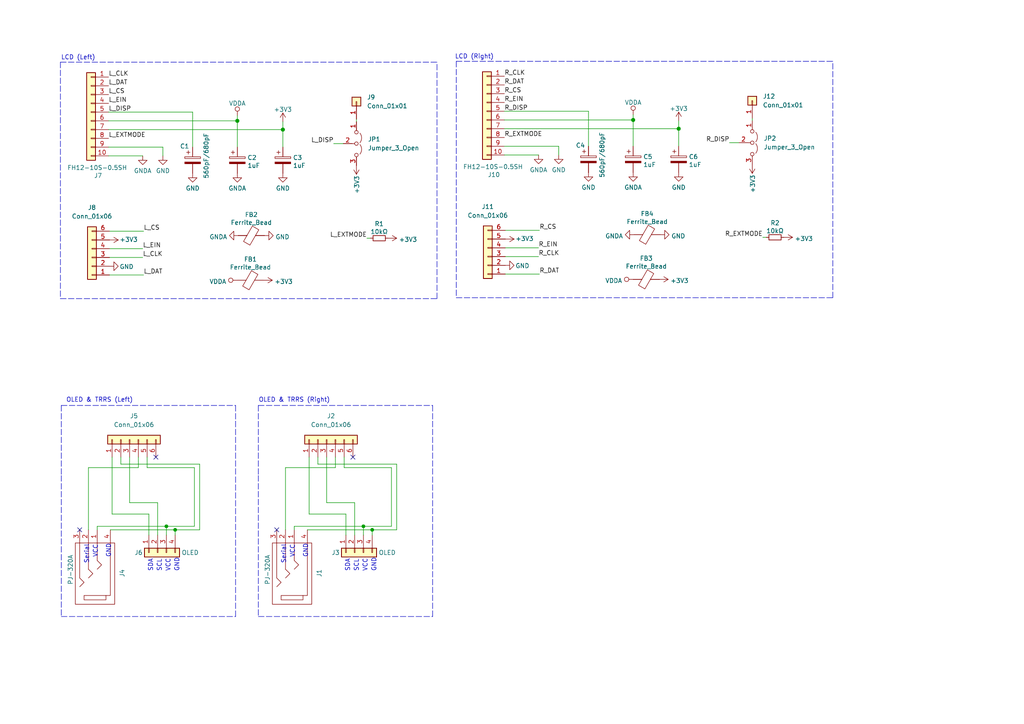
<source format=kicad_sch>
(kicad_sch (version 20211123) (generator eeschema)
  (paper "A4")
  (lib_symbols
    (symbol "Connector_Generic:Conn_01x01" (pin_names (offset 1.016) hide)
      (property "Reference" "J" (at 0 2.54 0))
      (property "Value" "Conn_01x01" (at 0 -2.54 0))
      (symbol "Conn_01x01_1_1"
        (rectangle (start -1.27 0.127) (end 0 -0.127) (stroke (width 0.1524)))
        (rectangle (start -1.27 1.27) (end 1.27 -1.27) (stroke (width 0.254)) (fill (type background)))
        (pin passive line (at -5.08 0 0) (length 3.81) (name "Pin_1") (number "1"))
      )
    )
    (symbol "Connector_Generic:Conn_01x04" (pin_names (offset 1.016) hide)
      (property "Reference" "J" (at 0 5.08 0))
      (property "Value" "Conn_01x04" (at 0 -7.62 0))
      (symbol "Conn_01x04_1_1"
        (rectangle (start -1.27 -4.953) (end 0 -5.207) (stroke (width 0.1524)))
        (rectangle (start -1.27 -2.413) (end 0 -2.667) (stroke (width 0.1524)))
        (rectangle (start -1.27 0.127) (end 0 -0.127) (stroke (width 0.1524)))
        (rectangle (start -1.27 2.667) (end 0 2.413) (stroke (width 0.1524)))
        (rectangle (start -1.27 3.81) (end 1.27 -6.35) (stroke (width 0.254)) (fill (type background)))
        (pin passive line (at -5.08 2.54 0) (length 3.81) (name "Pin_1") (number "1"))
        (pin passive line (at -5.08 0 0) (length 3.81) (name "Pin_2") (number "2"))
        (pin passive line (at -5.08 -2.54 0) (length 3.81) (name "Pin_3") (number "3"))
        (pin passive line (at -5.08 -5.08 0) (length 3.81) (name "Pin_4") (number "4"))
      )
    )
    (symbol "Connector_Generic:Conn_01x06" (pin_names (offset 1.016) hide)
      (property "Reference" "J" (at 0 7.62 0))
      (property "Value" "Conn_01x06" (at 0 -10.16 0))
      (symbol "Conn_01x06_1_1"
        (rectangle (start -1.27 -7.493) (end 0 -7.747) (stroke (width 0.1524)))
        (rectangle (start -1.27 -4.953) (end 0 -5.207) (stroke (width 0.1524)))
        (rectangle (start -1.27 -2.413) (end 0 -2.667) (stroke (width 0.1524)))
        (rectangle (start -1.27 0.127) (end 0 -0.127) (stroke (width 0.1524)))
        (rectangle (start -1.27 2.667) (end 0 2.413) (stroke (width 0.1524)))
        (rectangle (start -1.27 5.207) (end 0 4.953) (stroke (width 0.1524)))
        (rectangle (start -1.27 6.35) (end 1.27 -8.89) (stroke (width 0.254)) (fill (type background)))
        (pin passive line (at -5.08 5.08 0) (length 3.81) (name "Pin_1") (number "1"))
        (pin passive line (at -5.08 2.54 0) (length 3.81) (name "Pin_2") (number "2"))
        (pin passive line (at -5.08 0 0) (length 3.81) (name "Pin_3") (number "3"))
        (pin passive line (at -5.08 -2.54 0) (length 3.81) (name "Pin_4") (number "4"))
        (pin passive line (at -5.08 -5.08 0) (length 3.81) (name "Pin_5") (number "5"))
        (pin passive line (at -5.08 -7.62 0) (length 3.81) (name "Pin_6") (number "6"))
      )
    )
    (symbol "Connector_Generic:Conn_01x10" (pin_names (offset 1.016) hide)
      (property "Reference" "J" (at 0 12.7 0))
      (property "Value" "Conn_01x10" (at 0 -15.24 0))
      (symbol "Conn_01x10_1_1"
        (rectangle (start -1.27 -12.573) (end 0 -12.827) (stroke (width 0.1524)))
        (rectangle (start -1.27 -10.033) (end 0 -10.287) (stroke (width 0.1524)))
        (rectangle (start -1.27 -7.493) (end 0 -7.747) (stroke (width 0.1524)))
        (rectangle (start -1.27 -4.953) (end 0 -5.207) (stroke (width 0.1524)))
        (rectangle (start -1.27 -2.413) (end 0 -2.667) (stroke (width 0.1524)))
        (rectangle (start -1.27 0.127) (end 0 -0.127) (stroke (width 0.1524)))
        (rectangle (start -1.27 2.667) (end 0 2.413) (stroke (width 0.1524)))
        (rectangle (start -1.27 5.207) (end 0 4.953) (stroke (width 0.1524)))
        (rectangle (start -1.27 7.747) (end 0 7.493) (stroke (width 0.1524)))
        (rectangle (start -1.27 10.287) (end 0 10.033) (stroke (width 0.1524)))
        (rectangle (start -1.27 11.43) (end 1.27 -13.97) (stroke (width 0.254)) (fill (type background)))
        (pin passive line (at -5.08 10.16 0) (length 3.81) (name "Pin_1") (number "1"))
        (pin passive line (at -5.08 -12.7 0) (length 3.81) (name "Pin_10") (number "10"))
        (pin passive line (at -5.08 7.62 0) (length 3.81) (name "Pin_2") (number "2"))
        (pin passive line (at -5.08 5.08 0) (length 3.81) (name "Pin_3") (number "3"))
        (pin passive line (at -5.08 2.54 0) (length 3.81) (name "Pin_4") (number "4"))
        (pin passive line (at -5.08 0 0) (length 3.81) (name "Pin_5") (number "5"))
        (pin passive line (at -5.08 -2.54 0) (length 3.81) (name "Pin_6") (number "6"))
        (pin passive line (at -5.08 -5.08 0) (length 3.81) (name "Pin_7") (number "7"))
        (pin passive line (at -5.08 -7.62 0) (length 3.81) (name "Pin_8") (number "8"))
        (pin passive line (at -5.08 -10.16 0) (length 3.81) (name "Pin_9") (number "9"))
      )
    )
    (symbol "Device:CP" (pin_numbers hide) (pin_names (offset 0.254))
      (property "Reference" "C" (at 0.635 2.54 0))
      (property "Value" "CP" (at 0.635 -2.54 0))
      (symbol "CP_0_1"
        (rectangle (start -2.286 0.508) (end 2.286 1.016))
        (polyline (pts (xy -1.778 2.286) (xy -0.762 2.286)))
        (polyline (pts (xy -1.27 2.794) (xy -1.27 1.778)))
        (rectangle (start 2.286 -0.508) (end -2.286 -1.016) (fill (type outline)))
      )
      (symbol "CP_1_1"
        (pin passive line (at 0 3.81 270) (length 2.794) (name "~") (number "1"))
        (pin passive line (at 0 -3.81 90) (length 2.794) (name "~") (number "2"))
      )
    )
    (symbol "Device:Ferrite_Bead" (pin_numbers hide) (pin_names (offset 0))
      (property "Reference" "FB" (at -3.81 0.635 90))
      (property "Value" "Ferrite_Bead" (at 3.81 0 90))
      (symbol "Ferrite_Bead_0_1"
        (polyline (pts (xy 0 -1.27) (xy 0 -1.2192)))
        (polyline (pts (xy 0 1.27) (xy 0 1.2954)))
        (polyline (pts (xy -2.7686 0.4064) (xy -1.7018 2.2606) (xy 2.7686 -0.3048) (xy 1.6764 -2.159) (xy -2.7686 0.4064)))
      )
      (symbol "Ferrite_Bead_1_1"
        (pin passive line (at 0 3.81 270) (length 2.54) (name "~") (number "1"))
        (pin passive line (at 0 -3.81 90) (length 2.54) (name "~") (number "2"))
      )
    )
    (symbol "Device:R_Small" (pin_numbers hide) (pin_names (offset 0.254) hide)
      (property "Reference" "R" (at 0.762 0.508 0))
      (property "Value" "R_Small" (at 0.762 -1.016 0))
      (symbol "R_Small_0_1"
        (rectangle (start -0.762 1.778) (end 0.762 -1.778) (stroke (width 0.2032)))
      )
      (symbol "R_Small_1_1"
        (pin passive line (at 0 2.54 270) (length 0.762) (name "~") (number "1"))
        (pin passive line (at 0 -2.54 90) (length 0.762) (name "~") (number "2"))
      )
    )
    (symbol "Jumper:Jumper_3_Open" (pin_names (offset 0) hide)
      (property "Reference" "JP" (at -2.54 -2.54 0))
      (property "Value" "Jumper_3_Open" (at 0 2.794 0))
      (symbol "Jumper_3_Open_0_0"
        (circle (center -3.302 0) (radius 0.508))
        (circle (center 0 0) (radius 0.508))
        (circle (center 3.302 0) (radius 0.508))
      )
      (symbol "Jumper_3_Open_0_1"
        (arc (start -0.254 1.016) (mid -1.651 1.4992) (end -3.048 1.016))
        (polyline (pts (xy 0 -0.508) (xy 0 -1.27)))
        (arc (start 3.048 1.016) (mid 1.651 1.4992) (end 0.254 1.016))
      )
      (symbol "Jumper_3_Open_1_1"
        (pin passive line (at -6.35 0 0) (length 2.54) (name "A") (number "1"))
        (pin input line (at 0 -3.81 90) (length 2.54) (name "C") (number "2"))
        (pin passive line (at 6.35 0 180) (length 2.54) (name "B") (number "3"))
      )
    )
    (symbol "TPS42:MJ-4PP-9" (pin_names (offset 1.016))
      (property "Reference" "J" (at -8.89 -7.62 0))
      (property "Value" "MJ-4PP-9" (at -3.81 6.35 0))
      (symbol "MJ-4PP-9_0_1"
        (rectangle (start -7.62 2.54) (end -8.89 -3.81))
        (polyline (pts (xy 2.54 0) (xy 7.62 0)))
        (polyline (pts (xy -2.54 -5.08) (xy 7.62 -5.08) (xy 7.62 -5.08)))
        (polyline (pts (xy 0 -2.54) (xy -1.27 -1.27) (xy -2.54 -2.54)))
        (polyline (pts (xy 0 0) (xy 1.27 1.27) (xy 2.54 0)))
        (polyline (pts (xy 7.62 3.81) (xy -7.62 3.81) (xy -7.62 2.54)))
        (polyline (pts (xy -2.54 -5.08) (xy -3.81 -3.81) (xy -5.08 -5.08) (xy -5.08 -5.08)))
        (polyline (pts (xy 0 -2.54) (xy 7.62 -2.54) (xy 7.62 -2.54) (xy 7.62 -2.54)))
        (rectangle (start 7.62 -6.35) (end -10.16 5.08))
      )
      (symbol "MJ-4PP-9_1_1"
        (pin passive line (at 11.43 0 180) (length 3.81) (name "~") (number "1"))
        (pin passive line (at 11.43 -2.54 180) (length 3.81) (name "~") (number "2"))
        (pin passive line (at 11.43 -5.08 180) (length 3.81) (name "~") (number "3"))
        (pin passive line (at 11.43 3.81 180) (length 3.81) (name "~") (number "4"))
      )
    )
    (symbol "power:+3.3V" (power) (pin_names (offset 0))
      (property "Value" "+3.3V" (at 0 3.556 0))
      (symbol "+3.3V_0_1"
        (polyline (pts (xy -0.762 1.27) (xy 0 2.54)))
        (polyline (pts (xy 0 0) (xy 0 2.54)))
        (polyline (pts (xy 0 2.54) (xy 0.762 1.27)))
      )
      (symbol "+3.3V_1_1"
        (pin power_in line (at 0 0 90) (length 0) hide (name "+3V3") (number "1"))
      )
    )
    (symbol "power:GND" (power) (pin_names (offset 0))
      (property "Value" "GND" (at 0 -3.81 0))
      (symbol "GND_0_1"
        (polyline (pts (xy 0 0) (xy 0 -1.27) (xy 1.27 -1.27) (xy 0 -2.54) (xy -1.27 -1.27) (xy 0 -1.27)))
      )
      (symbol "GND_1_1"
        (pin power_in line (at 0 0 270) (length 0) hide (name "GND") (number "1"))
      )
    )
    (symbol "power:GNDA" (power) (pin_names (offset 0))
      (property "Value" "GNDA" (at 0 -3.81 0))
      (symbol "GNDA_0_1"
        (polyline (pts (xy 0 0) (xy 0 -1.27) (xy 1.27 -1.27) (xy 0 -2.54) (xy -1.27 -1.27) (xy 0 -1.27)))
      )
      (symbol "GNDA_1_1"
        (pin power_in line (at 0 0 270) (length 0) hide (name "GNDA") (number "1"))
      )
    )
    (symbol "power:VDDA" (power) (pin_names (offset 0))
      (property "Value" "VDDA" (at 0 3.81 0))
      (symbol "VDDA_0_1"
        (polyline (pts (xy 0 0) (xy 0 1.27)))
        (circle (center 0 1.905) (radius 0.635))
      )
      (symbol "VDDA_1_1"
        (pin power_in line (at 0 0 90) (length 0) hide (name "VDDA") (number "1"))
      )
    )
  )
  (junction (at 48.26 152.654))
  (junction (at 50.8 153.67))
  (junction (at 105.41 152.654))
  (junction (at 82.042 37.592) (diameter 1.016))
  (junction (at 183.642 34.798) (diameter 1.016))
  (junction (at 68.834 35.052) (diameter 1.016))
  (junction (at 196.85 37.338) (diameter 1.016))
  (junction (at 107.95 153.67))
  (no_connect (at 80.264 153.67))
  (no_connect (at 45.212 132.588))
  (no_connect (at 23.114 153.67))
  (no_connect (at 102.362 132.588))
  (wire (pts (xy 41.656 79.756) (xy 31.75 79.756)))
  (wire (pts (xy 146.304 37.338) (xy 196.85 37.338)))
  (polyline (pts (xy 17.78 137.922) (xy 17.78 178.816)) (stroke (width 0) (type dash)))
  (wire (pts (xy 40.132 132.588) (xy 40.132 135.636)))
  (polyline (pts (xy 17.526 18.034) (xy 17.526 86.614)))
  (wire (pts (xy 105.41 152.654) (xy 105.41 155.194)))
  (wire (pts (xy 211.582 41.402) (xy 214.376 41.402)))
  (polyline (pts (xy 74.93 178.816) (xy 125.476 178.816)) (stroke (width 0) (type dash)))
  (wire (pts (xy 57.912 134.62) (xy 57.912 153.67)))
  (wire (pts (xy 196.85 35.052) (xy 196.85 37.338)))
  (polyline (pts (xy 17.78 178.816) (xy 68.326 178.816)) (stroke (width 0) (type dash)))
  (wire (pts (xy 92.202 134.62) (xy 115.062 134.62)))
  (wire (pts (xy 94.742 132.588) (xy 94.742 145.796)))
  (wire (pts (xy 162.052 42.418) (xy 162.052 44.958)))
  (polyline (pts (xy 125.476 178.816) (xy 125.476 137.922)) (stroke (width 0) (type dash)))
  (wire (pts (xy 183.642 34.798) (xy 183.642 42.418)))
  (wire (pts (xy 113.538 152.654) (xy 105.41 152.654)))
  (wire (pts (xy 50.8 153.67) (xy 50.8 155.194)))
  (polyline (pts (xy 74.93 137.922) (xy 74.93 178.816)) (stroke (width 0) (type dash)))
  (wire (pts (xy 94.742 145.796) (xy 102.87 145.796)))
  (wire (pts (xy 32.512 149.098) (xy 43.18 149.098)))
  (polyline (pts (xy 74.93 117.602) (xy 74.93 137.922)) (stroke (width 0) (type dash)))
  (polyline (pts (xy 17.526 86.614) (xy 126.746 86.614)))
  (polyline (pts (xy 132.334 86.36) (xy 241.554 86.36)))
  (wire (pts (xy 183.642 33.274) (xy 183.642 34.798)))
  (wire (pts (xy 89.154 153.67) (xy 107.95 153.67)))
  (wire (pts (xy 221.234 68.834) (xy 222.25 68.834)))
  (wire (pts (xy 97.282 132.588) (xy 97.282 135.636)))
  (wire (pts (xy 113.538 135.636) (xy 113.538 152.654)))
  (wire (pts (xy 35.052 132.588) (xy 35.052 134.62)))
  (wire (pts (xy 170.688 32.258) (xy 170.688 42.418)))
  (wire (pts (xy 31.496 32.512) (xy 55.88 32.512)))
  (wire (pts (xy 92.202 132.588) (xy 92.202 134.62)))
  (wire (pts (xy 82.042 37.592) (xy 82.042 42.672)))
  (polyline (pts (xy 17.526 18.034) (xy 126.746 18.034)))
  (wire (pts (xy 146.304 32.258) (xy 170.688 32.258)))
  (wire (pts (xy 156.21 71.882) (xy 146.558 71.882)))
  (wire (pts (xy 56.388 135.636) (xy 56.388 152.654)))
  (wire (pts (xy 42.672 135.636) (xy 56.388 135.636)))
  (wire (pts (xy 196.85 37.338) (xy 196.85 42.418)))
  (wire (pts (xy 89.662 149.098) (xy 100.33 149.098)))
  (wire (pts (xy 37.592 145.796) (xy 45.72 145.796)))
  (polyline (pts (xy 68.326 178.816) (xy 68.326 137.922)) (stroke (width 0) (type dash)))
  (wire (pts (xy 28.194 152.654) (xy 48.26 152.654)))
  (wire (pts (xy 43.18 149.098) (xy 43.18 155.194)))
  (wire (pts (xy 146.304 42.418) (xy 162.052 42.418)))
  (wire (pts (xy 97.282 135.636) (xy 82.804 135.636)))
  (wire (pts (xy 146.304 44.958) (xy 156.21 44.958)))
  (wire (pts (xy 106.426 69.088) (xy 107.442 69.088)))
  (wire (pts (xy 107.95 153.67) (xy 107.95 155.194)))
  (polyline (pts (xy 68.326 122.174) (xy 68.326 137.922)) (stroke (width 0) (type dash)))
  (polyline (pts (xy 126.746 86.614) (xy 126.746 18.034)))
  (wire (pts (xy 115.062 153.67) (xy 107.95 153.67)))
  (wire (pts (xy 82.804 135.636) (xy 82.804 153.67)))
  (wire (pts (xy 32.512 132.588) (xy 32.512 149.098)))
  (wire (pts (xy 82.042 35.306) (xy 82.042 37.592)))
  (wire (pts (xy 28.194 153.67) (xy 28.194 152.654)))
  (wire (pts (xy 146.304 34.798) (xy 183.642 34.798)))
  (wire (pts (xy 99.822 135.636) (xy 113.538 135.636)))
  (wire (pts (xy 100.33 149.098) (xy 100.33 155.194)))
  (wire (pts (xy 31.496 45.212) (xy 41.402 45.212)))
  (wire (pts (xy 156.464 79.502) (xy 146.558 79.502)))
  (wire (pts (xy 99.822 132.588) (xy 99.822 135.636)))
  (polyline (pts (xy 125.476 117.602) (xy 125.476 122.174)))
  (wire (pts (xy 41.656 67.056) (xy 31.75 67.056)))
  (wire (pts (xy 31.496 37.592) (xy 82.042 37.592)))
  (wire (pts (xy 31.496 35.052) (xy 68.834 35.052)))
  (polyline (pts (xy 241.554 86.36) (xy 241.554 17.78)))
  (wire (pts (xy 31.496 42.672) (xy 47.244 42.672)))
  (wire (pts (xy 41.402 72.136) (xy 31.75 72.136)))
  (wire (pts (xy 55.88 32.512) (xy 55.88 42.672)))
  (polyline (pts (xy 17.78 117.602) (xy 17.78 137.922)) (stroke (width 0) (type dash)))
  (polyline (pts (xy 17.78 117.602) (xy 68.326 117.602)) (stroke (width 0) (type dash)))
  (wire (pts (xy 41.402 74.676) (xy 31.75 74.676)))
  (wire (pts (xy 37.592 132.588) (xy 37.592 145.796)))
  (wire (pts (xy 103.378 34.544) (xy 103.378 35.306)))
  (wire (pts (xy 89.662 132.588) (xy 89.662 149.098)))
  (polyline (pts (xy 68.326 117.602) (xy 68.326 122.174)))
  (wire (pts (xy 40.132 135.636) (xy 25.654 135.636)))
  (wire (pts (xy 32.004 153.67) (xy 50.8 153.67)))
  (polyline (pts (xy 74.93 117.602) (xy 125.476 117.602)) (stroke (width 0) (type dash)))
  (wire (pts (xy 25.654 135.636) (xy 25.654 153.67)))
  (wire (pts (xy 57.912 153.67) (xy 50.8 153.67)))
  (wire (pts (xy 45.72 145.796) (xy 45.72 155.194)))
  (wire (pts (xy 218.186 34.29) (xy 218.186 35.052)))
  (polyline (pts (xy 132.334 17.78) (xy 132.334 86.36)))
  (wire (pts (xy 102.87 145.796) (xy 102.87 155.194)))
  (wire (pts (xy 68.834 35.052) (xy 68.834 42.672)))
  (wire (pts (xy 85.344 153.67) (xy 85.344 152.654)))
  (wire (pts (xy 35.052 134.62) (xy 57.912 134.62)))
  (wire (pts (xy 56.388 152.654) (xy 48.26 152.654)))
  (wire (pts (xy 115.062 134.62) (xy 115.062 153.67)))
  (wire (pts (xy 156.21 74.422) (xy 146.558 74.422)))
  (wire (pts (xy 156.464 66.802) (xy 146.558 66.802)))
  (wire (pts (xy 48.26 152.654) (xy 48.26 155.194)))
  (wire (pts (xy 42.672 132.588) (xy 42.672 135.636)))
  (wire (pts (xy 96.774 41.656) (xy 99.568 41.656)))
  (wire (pts (xy 85.344 152.654) (xy 105.41 152.654)))
  (wire (pts (xy 68.834 33.528) (xy 68.834 35.052)))
  (polyline (pts (xy 125.476 122.174) (xy 125.476 137.922)) (stroke (width 0) (type dash)))
  (wire (pts (xy 47.244 42.672) (xy 47.244 45.212)))
  (polyline (pts (xy 132.334 17.78) (xy 241.554 17.78)))
  (text "VCC" (at 49.53 165.862 90) (effects (font (size 1.27 1.27)) (justify left bottom)))
  (text "Serial" (at 25.908 163.576 90) (effects (font (size 1.27 1.27)) (justify left bottom)))
  (text "GND" (at 52.07 165.862 90) (effects (font (size 1.27 1.27)) (justify left bottom)))
  (text "Serial" (at 83.058 163.576 90) (effects (font (size 1.27 1.27)) (justify left bottom)))
  (text "LCD (Right)" (at 143.256 17.272 180) (effects (font (size 1.27 1.27)) (justify right bottom)))
  (text "VCC" (at 85.598 161.798 90) (effects (font (size 1.27 1.27)) (justify left bottom)))
  (text "LCD (Left)" (at 27.686 17.526 180) (effects (font (size 1.27 1.27)) (justify right bottom)))
  (text "SDA" (at 101.6 165.862 90) (effects (font (size 1.27 1.27)) (justify left bottom)))
  (text "SCL" (at 46.99 165.862 90) (effects (font (size 1.27 1.27)) (justify left bottom)))
  (text "OLED & TRRS (Right)" (at 95.758 116.84 180) (effects (font (size 1.27 1.27)) (justify right bottom)))
  (text "OLED & TRRS (Left)" (at 38.608 116.84 180) (effects (font (size 1.27 1.27)) (justify right bottom)))
  (text "VCC" (at 106.68 165.862 90) (effects (font (size 1.27 1.27)) (justify left bottom)))
  (text "GND" (at 89.408 161.798 90) (effects (font (size 1.27 1.27)) (justify left bottom)))
  (text "SDA" (at 44.45 165.862 90) (effects (font (size 1.27 1.27)) (justify left bottom)))
  (text "SCL" (at 104.14 165.862 90) (effects (font (size 1.27 1.27)) (justify left bottom)))
  (text "VCC" (at 28.448 161.798 90) (effects (font (size 1.27 1.27)) (justify left bottom)))
  (text "GND" (at 109.22 165.862 90) (effects (font (size 1.27 1.27)) (justify left bottom)))
  (text "GND" (at 32.258 161.798 90) (effects (font (size 1.27 1.27)) (justify left bottom)))
  (label "L_DAT" (at 31.496 24.892 0))
  (label "R_EIN" (at 146.304 29.718 0))
  (label "L_DISP" (at 31.496 32.512 0))
  (label "R_EIN" (at 156.21 71.882 0))
  (label "L_EXTMODE" (at 31.496 40.132 0))
  (label "R_DAT" (at 156.464 79.502 0))
  (label "L_CS" (at 31.496 27.432 0))
  (label "R_EXTMODE" (at 146.304 39.878 0))
  (label "L_CS" (at 41.656 67.056 0))
  (label "L_DISP" (at 96.774 41.656 180))
  (label "R_DISP" (at 146.304 32.258 0))
  (label "R_CLK" (at 156.21 74.422 0))
  (label "R_DAT" (at 146.304 24.638 0))
  (label "L_CLK" (at 31.496 22.352 0))
  (label "R_CS" (at 156.464 66.802 0))
  (label "L_DAT" (at 41.656 79.756 0))
  (label "L_EIN" (at 31.496 29.972 0))
  (label "R_CLK" (at 146.304 22.098 0))
  (label "L_EIN" (at 41.402 72.136 0))
  (label "L_EXTMODE" (at 106.426 69.088 180))
  (label "R_EXTMODE" (at 221.234 68.834 180))
  (label "R_CS" (at 146.304 27.178 0))
  (label "R_DISP" (at 211.582 41.402 180))
  (label "L_CLK" (at 41.402 74.676 0))
  (symbol (lib_id "Device:CP") (at 68.834 46.482 0) (unit 1)
    (property "Reference" "C2" (at 71.7551 45.7211 0) (effects (justify left)))
    (property "Value" "1uF" (at 71.7551 48.0198 0) (effects (justify left)))
    (property "Footprint" "Capacitor_SMD:C_0603_1608Metric_Pad1.08x0.95mm_HandSolder" (effects hide))
    (property "LCSC" "C15849" (effects hide))
  )
  (symbol (lib_id "Jumper:Jumper_3_Open") (at 218.186 41.402 270) (unit 1)
    (property "Reference" "JP2" (at 221.488 40.1319 90) (effects (justify left)))
    (property "Value" "Jumper_3_Open" (at 221.488 42.6719 90) (effects (justify left)))
    (property "Footprint" "Jumper:SolderJumper-3_P2.0mm_Open_TrianglePad1.0x1.5mm" (effects hide))
  )
  (symbol (lib_id "power:GNDA") (at 68.834 50.292 0) (unit 1)
    (property "Reference" "#PWR07" (effects hide))
    (property "Value" "GNDA" (at 68.834 54.6164 0))
  )
  (symbol (lib_id "Connector_Generic:Conn_01x06") (at 141.478 74.422 180) (unit 1)
    (property "Reference" "J11" (at 141.478 59.944 0))
    (property "Value" "Conn_01x06" (at 141.478 62.484 0))
    (property "Footprint" "Connector_PinHeader_2.54mm:PinHeader_2x03_P2.54mm_Vertical" (effects hide))
  )
  (symbol (lib_id "power:GNDA") (at 183.896 68.072 270) (unit 1)
    (property "Reference" "#PWR024" (effects hide))
    (property "Value" "GNDA" (at 180.7209 68.4605 90) (effects (justify right)))
  )
  (symbol (lib_id "power:GNDA") (at 183.642 50.038 0) (unit 1)
    (property "Reference" "#PWR022" (effects hide))
    (property "Value" "GNDA" (at 183.642 54.3624 0))
  )
  (symbol (lib_id "Connector_Generic:Conn_01x06") (at 26.67 74.676 180) (unit 1)
    (property "Reference" "J8" (at 26.67 60.198 0))
    (property "Value" "Conn_01x06" (at 26.67 62.738 0))
    (property "Footprint" "Connector_PinHeader_2.54mm:PinHeader_2x03_P2.54mm_Vertical" (effects hide))
  )
  (symbol (lib_id "power:GND") (at 47.244 45.212 0) (unit 1)
    (property "Reference" "#PWR04" (effects hide))
    (property "Value" "GND" (at 47.244 49.5364 0))
  )
  (symbol (lib_id "power:GNDA") (at 41.402 45.212 0) (unit 1)
    (property "Reference" "#PWR03" (effects hide))
    (property "Value" "GNDA" (at 41.402 49.5364 0))
  )
  (symbol (lib_id "power:GND") (at 162.052 44.958 0) (unit 1)
    (property "Reference" "#PWR019" (effects hide))
    (property "Value" "GND" (at 162.052 49.2824 0))
  )
  (symbol (lib_id "power:+3.3V") (at 146.558 69.342 270) (unit 1)
    (property "Reference" "#PWR016" (effects hide))
    (property "Value" "+3.3V" (at 149.4791 69.2225 90) (effects (justify left)))
  )
  (symbol (lib_id "Device:CP") (at 55.88 46.482 0) (unit 1)
    (property "Reference" "C1" (at 52.1971 42.4191 0) (effects (justify left)))
    (property "Value" "560pF/680pF" (at 59.8171 51.8298 90) (effects (justify left)))
    (property "Footprint" "Capacitor_SMD:C_0603_1608Metric_Pad1.08x0.95mm_HandSolder" (effects hide))
    (property "LCSC" "C1630" (effects hide))
  )
  (symbol (lib_id "Connector_Generic:Conn_01x01") (at 218.186 29.21 90) (unit 1)
    (property "Reference" "J12" (at 221.234 27.9399 90) (effects (justify right)))
    (property "Value" "Conn_01x01" (at 221.234 30.4799 90) (effects (justify right)))
    (property "Footprint" "Connector_PinHeader_2.54mm:PinHeader_1x01_P2.54mm_Vertical" (effects hide))
  )
  (symbol (lib_id "power:+3.3V") (at 31.75 69.596 270) (unit 1)
    (property "Reference" "#PWR01" (effects hide))
    (property "Value" "+3.3V" (at 34.6711 69.4765 90) (effects (justify left)))
  )
  (symbol (lib_id "Connector_Generic:Conn_01x01") (at 103.378 29.464 90) (unit 1)
    (property "Reference" "J9" (at 106.426 28.1939 90) (effects (justify right)))
    (property "Value" "Conn_01x01" (at 106.426 30.7339 90) (effects (justify right)))
    (property "Footprint" "Connector_PinHeader_2.54mm:PinHeader_1x01_P2.54mm_Vertical" (effects hide))
  )
  (symbol (lib_id "Device:CP") (at 196.85 46.228 0) (unit 1)
    (property "Reference" "C6" (at 199.7711 45.4671 0) (effects (justify left)))
    (property "Value" "1uF" (at 199.7711 47.7658 0) (effects (justify left)))
    (property "Footprint" "Capacitor_SMD:C_0603_1608Metric_Pad1.08x0.95mm_HandSolder" (effects hide))
    (property "LCSC" "C15849" (effects hide))
  )
  (symbol (lib_id "power:GND") (at 146.558 76.962 90) (unit 1)
    (property "Reference" "#PWR017" (effects hide))
    (property "Value" "GND" (at 149.4791 77.0965 90) (effects (justify right)))
  )
  (symbol (lib_id "Connector_Generic:Conn_01x04") (at 45.72 160.274 90) (mirror x) (unit 1)
    (property "Reference" "J6" (at 41.402 160.274 90) (effects (justify left)))
    (property "Value" "OLED" (at 57.658 160.274 90) (effects (justify left)))
    (property "Footprint" "TPS42-Shield:OLED" (effects hide))
  )
  (symbol (lib_id "power:GND") (at 196.85 50.038 0) (unit 1)
    (property "Reference" "#PWR028" (effects hide))
    (property "Value" "GND" (at 196.85 54.3624 0))
  )
  (symbol (lib_id "power:VDDA") (at 183.642 81.026 90) (unit 1)
    (property "Reference" "#PWR023" (effects hide))
    (property "Value" "VDDA" (at 180.467 81.4145 90) (effects (justify left)))
  )
  (symbol (lib_id "Device:Ferrite_Bead") (at 187.706 68.072 90) (unit 1)
    (property "Reference" "FB4" (at 187.706 61.9972 90))
    (property "Value" "Ferrite_Bead" (at 187.706 64.2959 90))
    (property "Footprint" "Resistor_SMD:R_0805_2012Metric_Pad1.20x1.40mm_HandSolder" (effects hide))
    (property "LCSC" "C1017" (effects hide))
  )
  (symbol (lib_id "power:+3.3V") (at 112.522 69.088 270) (unit 1)
    (property "Reference" "#PWR015" (effects hide))
    (property "Value" "+3.3V" (at 115.6971 69.4765 90) (effects (justify left)))
  )
  (symbol (lib_id "power:VDDA") (at 183.642 33.274 0) (unit 1)
    (property "Reference" "#PWR021" (effects hide))
    (property "Value" "VDDA" (at 183.642 29.7266 0))
  )
  (symbol (lib_id "Connector_Generic:Conn_01x10") (at 141.224 32.258 0) (mirror y) (unit 1)
    (property "Reference" "J10" (at 143.256 50.6772 0))
    (property "Value" "FH12-10S-0.5SH" (at 143.002 48.3785 0))
    (property "Footprint" "Connector_FFC-FPC:Hirose_FH12-10S-0.5SH_1x10-1MP_P0.50mm_Horizontal" (effects hide))
    (property "LCSC" "C506791" (effects hide))
  )
  (symbol (lib_id "Device:CP") (at 170.688 46.228 0) (unit 1)
    (property "Reference" "C4" (at 167.0051 42.1651 0) (effects (justify left)))
    (property "Value" "560pF/680pF" (at 174.6251 51.5758 90) (effects (justify left)))
    (property "Footprint" "Capacitor_SMD:C_0603_1608Metric_Pad1.08x0.95mm_HandSolder" (effects hide))
    (property "LCSC" "C1630" (effects hide))
  )
  (symbol (lib_id "power:+3.3V") (at 191.262 81.026 270) (unit 1)
    (property "Reference" "#PWR025" (effects hide))
    (property "Value" "+3.3V" (at 194.4371 81.4145 90) (effects (justify left)))
  )
  (symbol (lib_id "power:+3.3V") (at 103.378 48.006 180) (unit 1)
    (property "Reference" "#PWR014" (effects hide))
    (property "Value" "+3.3V" (at 103.4975 50.9271 90) (effects (justify left)))
  )
  (symbol (lib_id "Device:Ferrite_Bead") (at 72.898 68.326 90) (unit 1)
    (property "Reference" "FB2" (at 72.898 62.2512 90))
    (property "Value" "Ferrite_Bead" (at 72.898 64.5499 90))
    (property "Footprint" "Resistor_SMD:R_0805_2012Metric_Pad1.20x1.40mm_HandSolder" (effects hide))
    (property "LCSC" "C1017" (effects hide))
  )
  (symbol (lib_id "Connector_Generic:Conn_01x10") (at 26.416 32.512 0) (mirror y) (unit 1)
    (property "Reference" "J7" (at 28.448 50.9312 0))
    (property "Value" "FH12-10S-0.5SH" (at 28.194 48.6325 0))
    (property "Footprint" "Connector_FFC-FPC:Hirose_FH12-10S-0.5SH_1x10-1MP_P0.50mm_Horizontal" (effects hide))
    (property "LCSC" "C506791" (effects hide))
  )
  (symbol (lib_id "Device:R_Small") (at 224.79 68.834 270) (unit 1)
    (property "Reference" "R2" (at 224.79 64.6642 90))
    (property "Value" "10kΩ" (at 224.79 66.9629 90))
    (property "Footprint" "Resistor_SMD:R_0603_1608Metric_Pad0.98x0.95mm_HandSolder" (effects hide))
    (property "LCSC" "C25804" (effects hide))
  )
  (symbol (lib_id "Connector_Generic:Conn_01x06") (at 94.742 127.508 90) (unit 1)
    (property "Reference" "J2" (at 96.012 120.65 90))
    (property "Value" "Conn_01x06" (at 96.012 123.19 90))
    (property "Footprint" "Connector_PinHeader_2.54mm:PinHeader_2x03_P2.54mm_Vertical" (effects hide))
  )
  (symbol (lib_id "power:+3.3V") (at 76.454 81.28 270) (unit 1)
    (property "Reference" "#PWR010" (effects hide))
    (property "Value" "+3.3V" (at 79.6291 81.6685 90) (effects (justify left)))
  )
  (symbol (lib_id "power:GNDA") (at 156.21 44.958 0) (unit 1)
    (property "Reference" "#PWR018" (effects hide))
    (property "Value" "GNDA" (at 156.21 49.2824 0))
  )
  (symbol (lib_id "power:GND") (at 31.75 77.216 90) (unit 1)
    (property "Reference" "#PWR02" (effects hide))
    (property "Value" "GND" (at 34.6711 77.3505 90) (effects (justify right)))
  )
  (symbol (lib_id "power:GND") (at 170.688 50.038 0) (unit 1)
    (property "Reference" "#PWR020" (effects hide))
    (property "Value" "GND" (at 170.688 54.3624 0))
  )
  (symbol (lib_id "power:GND") (at 191.516 68.072 90) (unit 1)
    (property "Reference" "#PWR026" (effects hide))
    (property "Value" "GND" (at 194.6911 68.4605 90) (effects (justify right)))
  )
  (symbol (lib_id "power:VDDA") (at 68.834 33.528 0) (unit 1)
    (property "Reference" "#PWR06" (effects hide))
    (property "Value" "VDDA" (at 68.834 29.9806 0))
  )
  (symbol (lib_id "power:GND") (at 76.708 68.326 90) (unit 1)
    (property "Reference" "#PWR011" (effects hide))
    (property "Value" "GND" (at 79.8831 68.7145 90) (effects (justify right)))
  )
  (symbol (lib_id "TPS42:MJ-4PP-9") (at 85.344 165.1 270) (mirror x) (unit 1)
    (property "Reference" "J1" (at 92.5872 166.243 0))
    (property "Value" "PJ-320A" (at 77.5885 165.227 0))
    (property "Footprint" "TPS42-Shield:MJ-4PP-9" (effects hide))
  )
  (symbol (lib_id "power:+3.3V") (at 196.85 35.052 0) (unit 1)
    (property "Reference" "#PWR027" (effects hide))
    (property "Value" "+3.3V" (at 196.85 31.5046 0))
  )
  (symbol (lib_id "power:+3.3V") (at 227.33 68.834 270) (unit 1)
    (property "Reference" "#PWR030" (effects hide))
    (property "Value" "+3.3V" (at 230.5051 69.2225 90) (effects (justify left)))
  )
  (symbol (lib_id "Connector_Generic:Conn_01x04") (at 102.87 160.274 90) (mirror x) (unit 1)
    (property "Reference" "J3" (at 98.552 160.274 90) (effects (justify left)))
    (property "Value" "OLED" (at 114.808 160.274 90) (effects (justify left)))
    (property "Footprint" "TPS42-Shield:OLED" (effects hide))
  )
  (symbol (lib_id "TPS42:MJ-4PP-9") (at 28.194 165.1 270) (mirror x) (unit 1)
    (property "Reference" "J4" (at 35.4372 166.243 0))
    (property "Value" "PJ-320A" (at 20.4385 165.227 0))
    (property "Footprint" "TPS42-Shield:MJ-4PP-9" (effects hide))
  )
  (symbol (lib_id "Device:CP") (at 82.042 46.482 0) (unit 1)
    (property "Reference" "C3" (at 84.9631 45.7211 0) (effects (justify left)))
    (property "Value" "1uF" (at 84.9631 48.0198 0) (effects (justify left)))
    (property "Footprint" "Capacitor_SMD:C_0603_1608Metric_Pad1.08x0.95mm_HandSolder" (effects hide))
    (property "LCSC" "C15849" (effects hide))
  )
  (symbol (lib_id "power:GND") (at 55.88 50.292 0) (unit 1)
    (property "Reference" "#PWR05" (effects hide))
    (property "Value" "GND" (at 55.88 54.6164 0))
  )
  (symbol (lib_id "Device:CP") (at 183.642 46.228 0) (unit 1)
    (property "Reference" "C5" (at 186.5631 45.4671 0) (effects (justify left)))
    (property "Value" "1uF" (at 186.5631 47.7658 0) (effects (justify left)))
    (property "Footprint" "Capacitor_SMD:C_0603_1608Metric_Pad1.08x0.95mm_HandSolder" (effects hide))
    (property "LCSC" "C15849" (effects hide))
  )
  (symbol (lib_id "Jumper:Jumper_3_Open") (at 103.378 41.656 270) (unit 1)
    (property "Reference" "JP1" (at 106.68 40.3859 90) (effects (justify left)))
    (property "Value" "Jumper_3_Open" (at 106.68 42.9259 90) (effects (justify left)))
    (property "Footprint" "Jumper:SolderJumper-3_P2.0mm_Open_TrianglePad1.0x1.5mm" (effects hide))
  )
  (symbol (lib_id "power:VDDA") (at 68.834 81.28 90) (unit 1)
    (property "Reference" "#PWR08" (effects hide))
    (property "Value" "VDDA" (at 65.659 81.6685 90) (effects (justify left)))
  )
  (symbol (lib_id "power:GNDA") (at 69.088 68.326 270) (unit 1)
    (property "Reference" "#PWR09" (effects hide))
    (property "Value" "GNDA" (at 65.9129 68.7145 90) (effects (justify right)))
  )
  (symbol (lib_id "Device:Ferrite_Bead") (at 72.644 81.28 90) (unit 1)
    (property "Reference" "FB1" (at 72.644 75.2052 90))
    (property "Value" "Ferrite_Bead" (at 72.644 77.5039 90))
    (property "Footprint" "Resistor_SMD:R_0805_2012Metric_Pad1.20x1.40mm_HandSolder" (effects hide))
    (property "LCSC" "C1017" (effects hide))
  )
  (symbol (lib_id "power:GND") (at 82.042 50.292 0) (unit 1)
    (property "Reference" "#PWR013" (effects hide))
    (property "Value" "GND" (at 82.042 54.6164 0))
  )
  (symbol (lib_id "power:+3.3V") (at 218.186 47.752 180) (unit 1)
    (property "Reference" "#PWR029" (effects hide))
    (property "Value" "+3.3V" (at 218.3055 50.6731 90) (effects (justify left)))
  )
  (symbol (lib_id "power:+3.3V") (at 82.042 35.306 0) (unit 1)
    (property "Reference" "#PWR012" (effects hide))
    (property "Value" "+3.3V" (at 82.042 31.7586 0))
  )
  (symbol (lib_id "Device:R_Small") (at 109.982 69.088 270) (unit 1)
    (property "Reference" "R1" (at 109.982 64.9182 90))
    (property "Value" "10kΩ" (at 109.982 67.2169 90))
    (property "Footprint" "Resistor_SMD:R_0603_1608Metric_Pad0.98x0.95mm_HandSolder" (effects hide))
    (property "LCSC" "C25804" (effects hide))
  )
  (symbol (lib_id "Device:Ferrite_Bead") (at 187.452 81.026 90) (unit 1)
    (property "Reference" "FB3" (at 187.452 74.9512 90))
    (property "Value" "Ferrite_Bead" (at 187.452 77.2499 90))
    (property "Footprint" "Resistor_SMD:R_0805_2012Metric_Pad1.20x1.40mm_HandSolder" (effects hide))
    (property "LCSC" "C1017" (effects hide))
  )
  (symbol (lib_id "Connector_Generic:Conn_01x06") (at 37.592 127.508 90) (unit 1)
    (property "Reference" "J5" (at 38.862 120.65 90))
    (property "Value" "Conn_01x06" (at 38.862 123.19 90))
    (property "Footprint" "Connector_PinHeader_2.54mm:PinHeader_2x03_P2.54mm_Vertical" (effects hide))
  )
)
</source>
